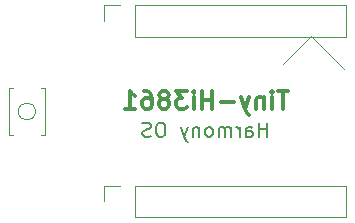
<source format=gbr>
%TF.GenerationSoftware,KiCad,Pcbnew,(5.1.6)-1*%
%TF.CreationDate,2020-09-21T22:35:42+08:00*%
%TF.ProjectId,Tiny-Hi3861,54696e79-2d48-4693-9338-36312e6b6963,V1.0*%
%TF.SameCoordinates,Original*%
%TF.FileFunction,Legend,Bot*%
%TF.FilePolarity,Positive*%
%FSLAX46Y46*%
G04 Gerber Fmt 4.6, Leading zero omitted, Abs format (unit mm)*
G04 Created by KiCad (PCBNEW (5.1.6)-1) date 2020-09-21 22:35:42*
%MOMM*%
%LPD*%
G01*
G04 APERTURE LIST*
%ADD10C,0.200000*%
%ADD11C,0.300000*%
%ADD12C,0.120000*%
G04 APERTURE END LIST*
D10*
X178857142Y-102542857D02*
X178857142Y-101342857D01*
X178857142Y-101914285D02*
X178171428Y-101914285D01*
X178171428Y-102542857D02*
X178171428Y-101342857D01*
X177085714Y-102542857D02*
X177085714Y-101914285D01*
X177142857Y-101800000D01*
X177257142Y-101742857D01*
X177485714Y-101742857D01*
X177600000Y-101800000D01*
X177085714Y-102485714D02*
X177200000Y-102542857D01*
X177485714Y-102542857D01*
X177600000Y-102485714D01*
X177657142Y-102371428D01*
X177657142Y-102257142D01*
X177600000Y-102142857D01*
X177485714Y-102085714D01*
X177200000Y-102085714D01*
X177085714Y-102028571D01*
X176514285Y-102542857D02*
X176514285Y-101742857D01*
X176514285Y-101971428D02*
X176457142Y-101857142D01*
X176400000Y-101800000D01*
X176285714Y-101742857D01*
X176171428Y-101742857D01*
X175771428Y-102542857D02*
X175771428Y-101742857D01*
X175771428Y-101857142D02*
X175714285Y-101800000D01*
X175600000Y-101742857D01*
X175428571Y-101742857D01*
X175314285Y-101800000D01*
X175257142Y-101914285D01*
X175257142Y-102542857D01*
X175257142Y-101914285D02*
X175200000Y-101800000D01*
X175085714Y-101742857D01*
X174914285Y-101742857D01*
X174800000Y-101800000D01*
X174742857Y-101914285D01*
X174742857Y-102542857D01*
X174000000Y-102542857D02*
X174114285Y-102485714D01*
X174171428Y-102428571D01*
X174228571Y-102314285D01*
X174228571Y-101971428D01*
X174171428Y-101857142D01*
X174114285Y-101800000D01*
X174000000Y-101742857D01*
X173828571Y-101742857D01*
X173714285Y-101800000D01*
X173657142Y-101857142D01*
X173600000Y-101971428D01*
X173600000Y-102314285D01*
X173657142Y-102428571D01*
X173714285Y-102485714D01*
X173828571Y-102542857D01*
X174000000Y-102542857D01*
X173085714Y-101742857D02*
X173085714Y-102542857D01*
X173085714Y-101857142D02*
X173028571Y-101800000D01*
X172914285Y-101742857D01*
X172742857Y-101742857D01*
X172628571Y-101800000D01*
X172571428Y-101914285D01*
X172571428Y-102542857D01*
X172114285Y-101742857D02*
X171828571Y-102542857D01*
X171542857Y-101742857D02*
X171828571Y-102542857D01*
X171942857Y-102828571D01*
X172000000Y-102885714D01*
X172114285Y-102942857D01*
X169942857Y-101342857D02*
X169714285Y-101342857D01*
X169600000Y-101400000D01*
X169485714Y-101514285D01*
X169428571Y-101742857D01*
X169428571Y-102142857D01*
X169485714Y-102371428D01*
X169600000Y-102485714D01*
X169714285Y-102542857D01*
X169942857Y-102542857D01*
X170057142Y-102485714D01*
X170171428Y-102371428D01*
X170228571Y-102142857D01*
X170228571Y-101742857D01*
X170171428Y-101514285D01*
X170057142Y-101400000D01*
X169942857Y-101342857D01*
X168971428Y-102485714D02*
X168800000Y-102542857D01*
X168514285Y-102542857D01*
X168400000Y-102485714D01*
X168342857Y-102428571D01*
X168285714Y-102314285D01*
X168285714Y-102200000D01*
X168342857Y-102085714D01*
X168400000Y-102028571D01*
X168514285Y-101971428D01*
X168742857Y-101914285D01*
X168857142Y-101857142D01*
X168914285Y-101800000D01*
X168971428Y-101685714D01*
X168971428Y-101571428D01*
X168914285Y-101457142D01*
X168857142Y-101400000D01*
X168742857Y-101342857D01*
X168457142Y-101342857D01*
X168285714Y-101400000D01*
D11*
X180614285Y-98678571D02*
X179757142Y-98678571D01*
X180185714Y-100178571D02*
X180185714Y-98678571D01*
X179257142Y-100178571D02*
X179257142Y-99178571D01*
X179257142Y-98678571D02*
X179328571Y-98750000D01*
X179257142Y-98821428D01*
X179185714Y-98750000D01*
X179257142Y-98678571D01*
X179257142Y-98821428D01*
X178542857Y-99178571D02*
X178542857Y-100178571D01*
X178542857Y-99321428D02*
X178471428Y-99250000D01*
X178328571Y-99178571D01*
X178114285Y-99178571D01*
X177971428Y-99250000D01*
X177900000Y-99392857D01*
X177900000Y-100178571D01*
X177328571Y-99178571D02*
X176971428Y-100178571D01*
X176614285Y-99178571D02*
X176971428Y-100178571D01*
X177114285Y-100535714D01*
X177185714Y-100607142D01*
X177328571Y-100678571D01*
X176042857Y-99607142D02*
X174900000Y-99607142D01*
X174185714Y-100178571D02*
X174185714Y-98678571D01*
X174185714Y-99392857D02*
X173328571Y-99392857D01*
X173328571Y-100178571D02*
X173328571Y-98678571D01*
X172614285Y-100178571D02*
X172614285Y-99178571D01*
X172614285Y-98678571D02*
X172685714Y-98750000D01*
X172614285Y-98821428D01*
X172542857Y-98750000D01*
X172614285Y-98678571D01*
X172614285Y-98821428D01*
X172042857Y-98678571D02*
X171114285Y-98678571D01*
X171614285Y-99250000D01*
X171400000Y-99250000D01*
X171257142Y-99321428D01*
X171185714Y-99392857D01*
X171114285Y-99535714D01*
X171114285Y-99892857D01*
X171185714Y-100035714D01*
X171257142Y-100107142D01*
X171400000Y-100178571D01*
X171828571Y-100178571D01*
X171971428Y-100107142D01*
X172042857Y-100035714D01*
X170257142Y-99321428D02*
X170400000Y-99250000D01*
X170471428Y-99178571D01*
X170542857Y-99035714D01*
X170542857Y-98964285D01*
X170471428Y-98821428D01*
X170400000Y-98750000D01*
X170257142Y-98678571D01*
X169971428Y-98678571D01*
X169828571Y-98750000D01*
X169757142Y-98821428D01*
X169685714Y-98964285D01*
X169685714Y-99035714D01*
X169757142Y-99178571D01*
X169828571Y-99250000D01*
X169971428Y-99321428D01*
X170257142Y-99321428D01*
X170400000Y-99392857D01*
X170471428Y-99464285D01*
X170542857Y-99607142D01*
X170542857Y-99892857D01*
X170471428Y-100035714D01*
X170400000Y-100107142D01*
X170257142Y-100178571D01*
X169971428Y-100178571D01*
X169828571Y-100107142D01*
X169757142Y-100035714D01*
X169685714Y-99892857D01*
X169685714Y-99607142D01*
X169757142Y-99464285D01*
X169828571Y-99392857D01*
X169971428Y-99321428D01*
X168400000Y-98678571D02*
X168685714Y-98678571D01*
X168828571Y-98750000D01*
X168900000Y-98821428D01*
X169042857Y-99035714D01*
X169114285Y-99321428D01*
X169114285Y-99892857D01*
X169042857Y-100035714D01*
X168971428Y-100107142D01*
X168828571Y-100178571D01*
X168542857Y-100178571D01*
X168400000Y-100107142D01*
X168328571Y-100035714D01*
X168257142Y-99892857D01*
X168257142Y-99535714D01*
X168328571Y-99392857D01*
X168400000Y-99321428D01*
X168542857Y-99250000D01*
X168828571Y-99250000D01*
X168971428Y-99321428D01*
X169042857Y-99392857D01*
X169114285Y-99535714D01*
X166828571Y-100178571D02*
X167685714Y-100178571D01*
X167257142Y-100178571D02*
X167257142Y-98678571D01*
X167400000Y-98892857D01*
X167542857Y-99035714D01*
X167685714Y-99107142D01*
D12*
%TO.C,J2*%
X185480000Y-106670000D02*
X185480000Y-109330000D01*
X167640000Y-106670000D02*
X185480000Y-106670000D01*
X167640000Y-109330000D02*
X185480000Y-109330000D01*
X167640000Y-106670000D02*
X167640000Y-109330000D01*
X166370000Y-106670000D02*
X165040000Y-106670000D01*
X165040000Y-106670000D02*
X165040000Y-108000000D01*
%TO.C,J1*%
X185480000Y-91420000D02*
X185480000Y-94080000D01*
X167640000Y-91420000D02*
X185480000Y-91420000D01*
X167640000Y-94080000D02*
X185480000Y-94080000D01*
X167640000Y-91420000D02*
X167640000Y-94080000D01*
X166370000Y-91420000D02*
X165040000Y-91420000D01*
X165040000Y-91420000D02*
X165040000Y-92750000D01*
%TO.C,K1*%
X157000000Y-100400000D02*
X157000000Y-98400000D01*
X160000000Y-98400000D02*
X160000000Y-102400000D01*
X157000000Y-100400000D02*
X157000000Y-102400000D01*
X160000000Y-98400000D02*
X159700000Y-98400000D01*
X157000000Y-98400000D02*
X157300000Y-98400000D01*
X157000000Y-102400000D02*
X157300000Y-102400000D01*
X160000000Y-102400000D02*
X159700000Y-102400000D01*
X159228011Y-100400000D02*
G75*
G03*
X159228011Y-100400000I-728011J0D01*
G01*
%TO.C,Y1*%
X182543655Y-94012283D02*
X185372082Y-96840710D01*
X180210202Y-96345736D02*
X182543655Y-94012283D01*
%TD*%
M02*

</source>
